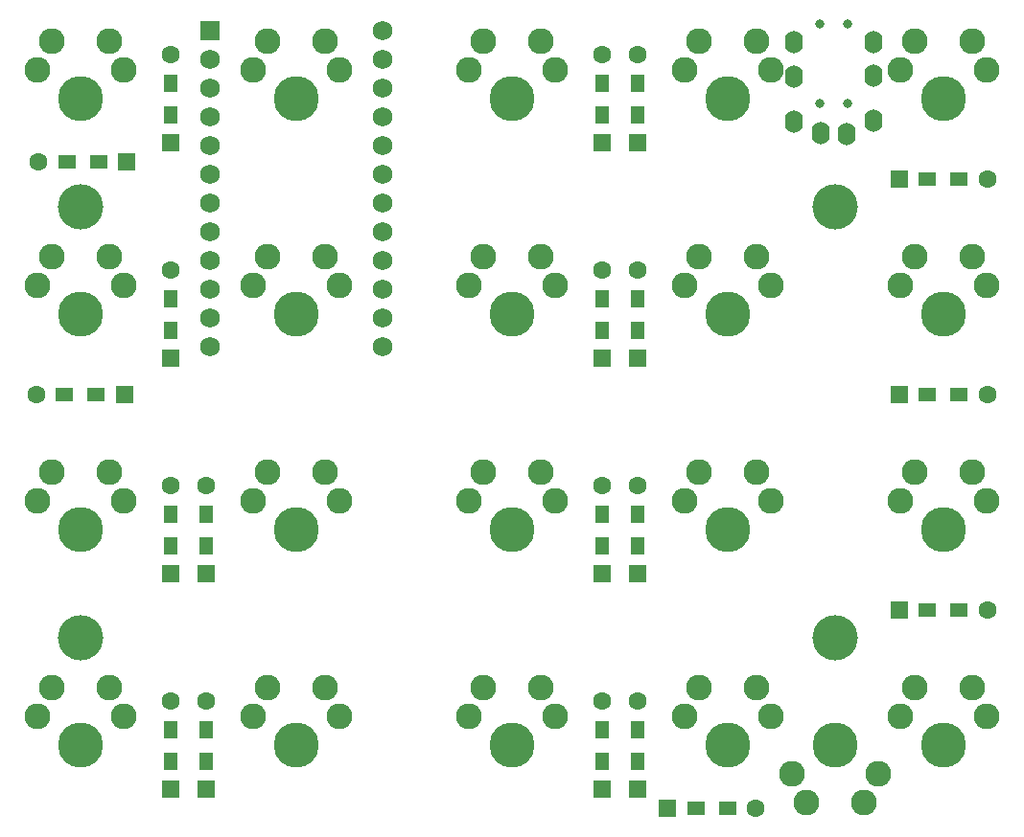
<source format=gbr>
%TF.GenerationSoftware,KiCad,Pcbnew,5.99.0-1.20211029git63d4d84.fc34*%
%TF.CreationDate,2021-10-30T18:32:49+11:00*%
%TF.ProjectId,peppermint,70657070-6572-46d6-996e-742e6b696361,rev?*%
%TF.SameCoordinates,Original*%
%TF.FileFunction,Soldermask,Top*%
%TF.FilePolarity,Negative*%
%FSLAX46Y46*%
G04 Gerber Fmt 4.6, Leading zero omitted, Abs format (unit mm)*
G04 Created by KiCad (PCBNEW 5.99.0-1.20211029git63d4d84.fc34) date 2021-10-30 18:32:49*
%MOMM*%
%LPD*%
G01*
G04 APERTURE LIST*
%ADD10C,0.800000*%
%ADD11O,1.600000X2.000000*%
%ADD12C,3.987800*%
%ADD13C,2.286000*%
%ADD14C,4.000000*%
%ADD15R,1.752600X1.752600*%
%ADD16C,1.752600*%
%ADD17R,1.200000X1.600000*%
%ADD18R,1.600000X1.600000*%
%ADD19C,1.600000*%
%ADD20R,1.600000X1.200000*%
G04 APERTURE END LIST*
D10*
%TO.C,U2*%
X108980000Y-65467500D03*
X108980000Y-58467500D03*
D11*
X106680000Y-68167500D03*
X111280000Y-67067500D03*
X111280000Y-63067500D03*
X111280000Y-60067500D03*
%TD*%
D12*
%TO.C,MX20*%
X117475000Y-122237500D03*
D13*
X113665000Y-119697500D03*
X114935000Y-117157500D03*
X121285000Y-119697500D03*
X120015000Y-117157500D03*
%TD*%
D12*
%TO.C,MX16*%
X98425000Y-122237500D03*
D13*
X95885000Y-117157500D03*
X94615000Y-119697500D03*
X100965000Y-117157500D03*
X102235000Y-119697500D03*
%TD*%
D14*
%TO.C,H2*%
X107950000Y-112712500D03*
%TD*%
D12*
%TO.C,MX15*%
X98425000Y-103187500D03*
D13*
X94615000Y-100647500D03*
X95885000Y-98107500D03*
X102235000Y-100647500D03*
X100965000Y-98107500D03*
%TD*%
D12*
%TO.C,MX19*%
X117475000Y-103187500D03*
D13*
X113665000Y-100647500D03*
X114935000Y-98107500D03*
X120015000Y-98107500D03*
X121285000Y-100647500D03*
%TD*%
D12*
%TO.C,MX2*%
X41275000Y-84137500D03*
D13*
X38735000Y-79057500D03*
X37465000Y-81597500D03*
X43815000Y-79057500D03*
X45085000Y-81597500D03*
%TD*%
D14*
%TO.C,H4*%
X107950000Y-74612500D03*
%TD*%
D12*
%TO.C,MX11*%
X79375000Y-103187500D03*
D13*
X75565000Y-100647500D03*
X76835000Y-98107500D03*
X83185000Y-100647500D03*
X81915000Y-98107500D03*
%TD*%
D14*
%TO.C,H3*%
X41275000Y-112712500D03*
%TD*%
D12*
%TO.C,MX3*%
X41275000Y-103187500D03*
D13*
X37465000Y-100647500D03*
X38735000Y-98107500D03*
X43815000Y-98107500D03*
X45085000Y-100647500D03*
%TD*%
D12*
%TO.C,MX4*%
X41275000Y-122237500D03*
D13*
X38735000Y-117157500D03*
X37465000Y-119697500D03*
X45085000Y-119697500D03*
X43815000Y-117157500D03*
%TD*%
D12*
%TO.C,MX14*%
X98425000Y-84137500D03*
D13*
X95885000Y-79057500D03*
X94615000Y-81597500D03*
X100965000Y-79057500D03*
X102235000Y-81597500D03*
%TD*%
D12*
%TO.C,MX17*%
X117475000Y-65087500D03*
D13*
X113665000Y-62547500D03*
X114935000Y-60007500D03*
X121285000Y-62547500D03*
X120015000Y-60007500D03*
%TD*%
D12*
%TO.C,MX9*%
X79375000Y-65087500D03*
D13*
X75565000Y-62547500D03*
X76835000Y-60007500D03*
X81915000Y-60007500D03*
X83185000Y-62547500D03*
%TD*%
D12*
%TO.C,MX12*%
X79375000Y-122237500D03*
D13*
X75565000Y-119697500D03*
X76835000Y-117157500D03*
X81915000Y-117157500D03*
X83185000Y-119697500D03*
%TD*%
D12*
%TO.C,MX8*%
X60325000Y-122237500D03*
D13*
X56515000Y-119697500D03*
X57785000Y-117157500D03*
X62865000Y-117157500D03*
X64135000Y-119697500D03*
%TD*%
D12*
%TO.C,MX6*%
X60325000Y-84137500D03*
D13*
X57785000Y-79057500D03*
X56515000Y-81597500D03*
X64135000Y-81597500D03*
X62865000Y-79057500D03*
%TD*%
D12*
%TO.C,MX10*%
X79375000Y-84137500D03*
D13*
X76835000Y-79057500D03*
X75565000Y-81597500D03*
X81915000Y-79057500D03*
X83185000Y-81597500D03*
%TD*%
D12*
%TO.C,MX5*%
X60325000Y-65087500D03*
D13*
X56515000Y-62547500D03*
X57785000Y-60007500D03*
X62865000Y-60007500D03*
X64135000Y-62547500D03*
%TD*%
D12*
%TO.C,MX18*%
X117475000Y-84137500D03*
D13*
X114935000Y-79057500D03*
X113665000Y-81597500D03*
X120015000Y-79057500D03*
X121285000Y-81597500D03*
%TD*%
D12*
%TO.C,MX7*%
X60325000Y-103187500D03*
D13*
X56515000Y-100647500D03*
X57785000Y-98107500D03*
X62865000Y-98107500D03*
X64135000Y-100647500D03*
%TD*%
D12*
%TO.C,MX1*%
X41275000Y-65087500D03*
D13*
X38735000Y-60007500D03*
X37465000Y-62547500D03*
X45085000Y-62547500D03*
X43815000Y-60007500D03*
%TD*%
D12*
%TO.C,MX21*%
X107950000Y-122237500D03*
D13*
X110490000Y-127317500D03*
X111760000Y-124777500D03*
X105410000Y-127317500D03*
X104140000Y-124777500D03*
%TD*%
D15*
%TO.C,U1*%
X52705000Y-59055000D03*
D16*
X52705000Y-61595000D03*
X52705000Y-64135000D03*
X52705000Y-66675000D03*
X52705000Y-69215000D03*
X52705000Y-71755000D03*
X52705000Y-74295000D03*
X52705000Y-76835000D03*
X52705000Y-79375000D03*
X52705000Y-81915000D03*
X52705000Y-84455000D03*
X52705000Y-86995000D03*
X67945000Y-86995000D03*
X67945000Y-84455000D03*
X67945000Y-81915000D03*
X67945000Y-79375000D03*
X67945000Y-76835000D03*
X67945000Y-74295000D03*
X67945000Y-71755000D03*
X67945000Y-69215000D03*
X67945000Y-66675000D03*
X67945000Y-64135000D03*
X67945000Y-61595000D03*
X67945000Y-59055000D03*
%TD*%
D14*
%TO.C,H1*%
X41275000Y-74612500D03*
%TD*%
D12*
%TO.C,MX13*%
X98425000Y-65087500D03*
D13*
X94615000Y-62547500D03*
X95885000Y-60007500D03*
X100965000Y-60007500D03*
X102235000Y-62547500D03*
%TD*%
D10*
%TO.C,U3*%
X106598750Y-58517500D03*
X106598750Y-65517500D03*
D11*
X108898750Y-68217500D03*
X104298750Y-67117500D03*
X104298750Y-63117500D03*
X104298750Y-60117500D03*
%TD*%
D17*
%TO.C,D4*%
X49212500Y-123637500D03*
D18*
X49212500Y-126137500D03*
D19*
X49212500Y-118337500D03*
D17*
X49212500Y-120837500D03*
%TD*%
D18*
%TO.C,D5*%
X49212500Y-68987500D03*
D17*
X49212500Y-66487500D03*
D19*
X49212500Y-61187500D03*
D17*
X49212500Y-63687500D03*
%TD*%
D18*
%TO.C,D8*%
X52387500Y-126137500D03*
D17*
X52387500Y-123637500D03*
X52387500Y-120837500D03*
D19*
X52387500Y-118337500D03*
%TD*%
D17*
%TO.C,D12*%
X87312500Y-123637500D03*
D18*
X87312500Y-126137500D03*
D17*
X87312500Y-120837500D03*
D19*
X87312500Y-118337500D03*
%TD*%
D18*
%TO.C,D7*%
X52387500Y-107087500D03*
D17*
X52387500Y-104587500D03*
D19*
X52387500Y-99287500D03*
D17*
X52387500Y-101787500D03*
%TD*%
D20*
%TO.C,D20*%
X95625000Y-127793750D03*
D18*
X93125000Y-127793750D03*
D19*
X100925000Y-127793750D03*
D20*
X98425000Y-127793750D03*
%TD*%
D17*
%TO.C,D9*%
X87312500Y-66487500D03*
D18*
X87312500Y-68987500D03*
D17*
X87312500Y-63687500D03*
D19*
X87312500Y-61187500D03*
%TD*%
D18*
%TO.C,D10*%
X87312500Y-88037500D03*
D17*
X87312500Y-85537500D03*
X87312500Y-82737500D03*
D19*
X87312500Y-80237500D03*
%TD*%
D17*
%TO.C,D3*%
X49212500Y-104587500D03*
D18*
X49212500Y-107087500D03*
D17*
X49212500Y-101787500D03*
D19*
X49212500Y-99287500D03*
%TD*%
D18*
%TO.C,D16*%
X90487500Y-126137500D03*
D17*
X90487500Y-123637500D03*
D19*
X90487500Y-118337500D03*
D17*
X90487500Y-120837500D03*
%TD*%
D18*
%TO.C,D6*%
X49212500Y-88037500D03*
D17*
X49212500Y-85537500D03*
X49212500Y-82737500D03*
D19*
X49212500Y-80237500D03*
%TD*%
D17*
%TO.C,D14*%
X90487500Y-85537500D03*
D18*
X90487500Y-88037500D03*
D19*
X90487500Y-80237500D03*
D17*
X90487500Y-82737500D03*
%TD*%
D18*
%TO.C,D18*%
X113575000Y-91281250D03*
D20*
X116075000Y-91281250D03*
D19*
X121375000Y-91281250D03*
D20*
X118875000Y-91281250D03*
%TD*%
%TO.C,D19*%
X116075000Y-110331250D03*
D18*
X113575000Y-110331250D03*
D20*
X118875000Y-110331250D03*
D19*
X121375000Y-110331250D03*
%TD*%
D20*
%TO.C,D17*%
X116075000Y-72231250D03*
D18*
X113575000Y-72231250D03*
D19*
X121375000Y-72231250D03*
D20*
X118875000Y-72231250D03*
%TD*%
D18*
%TO.C,D11*%
X87312500Y-107087500D03*
D17*
X87312500Y-104587500D03*
X87312500Y-101787500D03*
D19*
X87312500Y-99287500D03*
%TD*%
D17*
%TO.C,D15*%
X90487500Y-104587500D03*
D18*
X90487500Y-107087500D03*
D19*
X90487500Y-99287500D03*
D17*
X90487500Y-101787500D03*
%TD*%
D18*
%TO.C,D1*%
X45362500Y-70643750D03*
D20*
X42862500Y-70643750D03*
X40062500Y-70643750D03*
D19*
X37562500Y-70643750D03*
%TD*%
D18*
%TO.C,D2*%
X45175000Y-91281250D03*
D20*
X42675000Y-91281250D03*
X39875000Y-91281250D03*
D19*
X37375000Y-91281250D03*
%TD*%
D17*
%TO.C,D13*%
X90487500Y-66487500D03*
D18*
X90487500Y-68987500D03*
D17*
X90487500Y-63687500D03*
D19*
X90487500Y-61187500D03*
%TD*%
M02*

</source>
